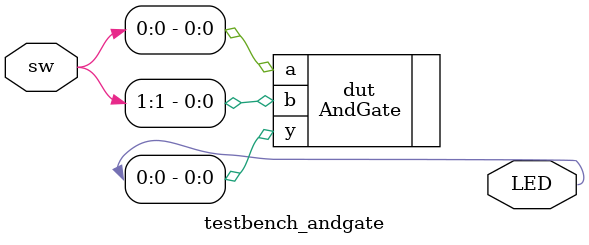
<source format=v>
`timescale 1ns / 1ps


module testbench_andgate(input [15:0] sw, output [15:0] LED);
    AndGate dut(
        .a(sw[0]),
        .b(sw[1]),
        .y(LED[0])
    );
endmodule

</source>
